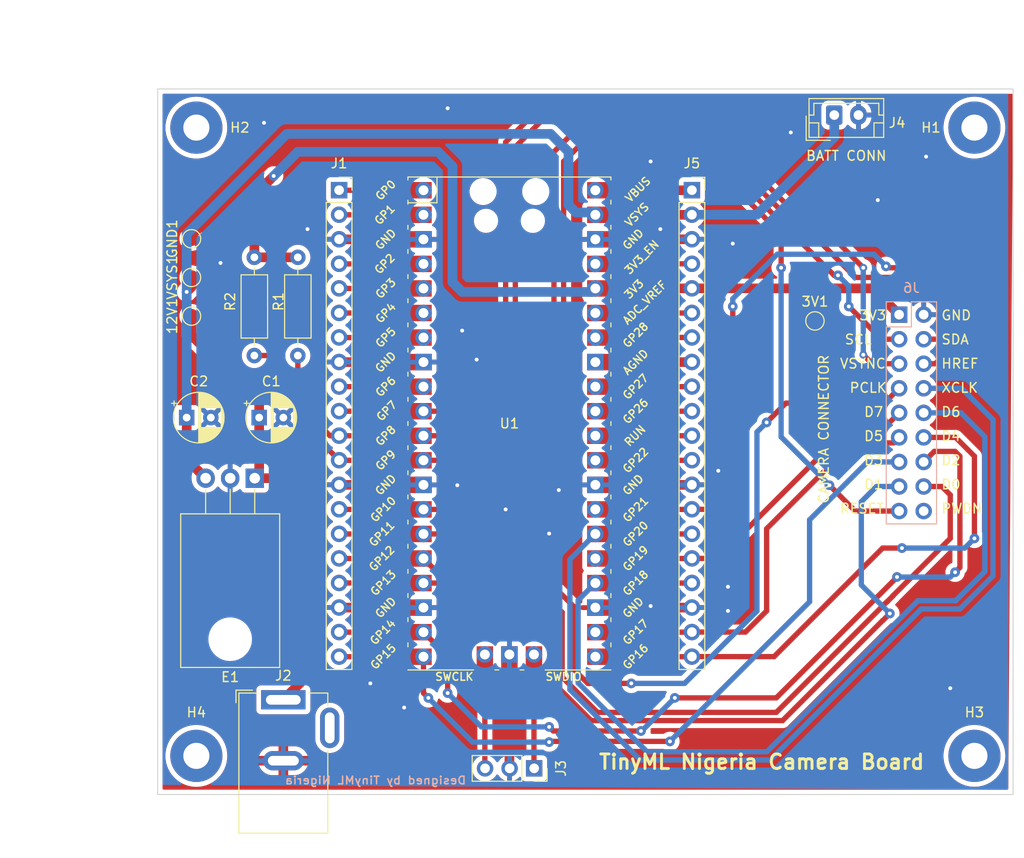
<source format=kicad_pcb>
(kicad_pcb (version 20221018) (generator pcbnew)
  (layers (0 "F.Cu" signal) (31 "B.Cu" signal) (34 "B.Paste" user) (35 "F.Paste" user) (36 "B.SilkS" user "B.Silkscreen") (37 "F.SilkS" user "F.Silkscreen") (38 "B.Mask" user) (39 "F.Mask" user) (44 "Edge.Cuts" user))
  (net 0 "")
  (net 1 "IO0")
  (net 2 "IO1")
  (net 3 "IO2")
  (net 4 "IO3")
  (net 5 "IO4")
  (net 6 "IO5")
  (net 7 "IO6")
  (net 8 "IO7")
  (net 9 "IO8")
  (net 10 "IO9")
  (net 11 "IO10")
  (net 12 "IO11")
  (net 13 "IO12")
  (net 14 "IO13")
  (net 15 "IO14")
  (net 16 "IO15")
  (net 17 "IO16")
  (net 18 "IO17")
  (net 19 "IO18")
  (net 20 "IO19")
  (net 21 "IO20")
  (net 22 "IO21")
  (net 23 "IO22")
  (net 24 "IO26_ADC0")
  (net 25 "IO27_ADC1")
  (net 26 "IO28_ADC2")
  (net 27 "GNDD")
  (net 28 "VBUS")
  (net 29 "VSYS")
  (net 30 "3V3_EN")
  (net 31 "3V3")
  (net 32 "A_VREF")
  (net 33 "RUN")
  (net 34 "GNDA")
  (net 35 "Net-(J3-Pin_3)")
  (net 36 "Net-(J3-Pin_1)")
  (net 37 "12V_IN")
  (footprint "TestPoint:TestPoint_Pad_D1.5mm" (layer "F.Cu") (at 45.5 113.5 90)
    (fp_text reference "GND1")
    (fp_text value "TestPoint")
  )
  (footprint "MountingHole:MountingHole_2.7mm_Pad" (layer "F.Cu") (at 46 102)
    (fp_text reference "H2")
    (fp_text value "MountingHole")
  )
  (footprint "Resistor_THT:R_Axial_DIN0207_L6.3mm_D2.5mm_P10.16mm_Horizontal" (layer "F.Cu") (at 56.5 115.42 -90)
    (fp_text reference "R1")
    (fp_text value "10k")
  )
  (footprint "MountingHole:MountingHole_2.7mm_Pad" (layer "F.Cu") (at 126.5 167)
    (fp_text reference "H3")
    (fp_text value "MountingHole")
  )
  (footprint "Connector_BarrelJack:BarrelJack_GCT_DCJ200-10-A_Horizontal" (layer "F.Cu") (at 55 161.2)
    (fp_text reference "J2")
    (fp_text value "Barrel_Jack")
  )
  (footprint "MountingHole:MountingHole_2.7mm_Pad" (layer "F.Cu") (at 46 167)
    (fp_text reference "H4")
    (fp_text value "MountingHole")
  )
  (footprint "Package_TO_SOT_THT:TO-220-3_Horizontal_TabDown" (layer "F.Cu") (at 52.04 138.27 180)
    (fp_text reference "E1")
    (fp_text value "LM7805_TO220")
  )
  (footprint "Capacitor_THT:CP_Radial_D5.0mm_P2.50mm" (layer "F.Cu") (at 52.5 132)
    (fp_text reference "C1")
    (fp_text value "0.33uF")
  )
  (footprint "Connector_PinSocket_2.54mm:PinSocket_1x20_P2.54mm_Vertical" (layer "F.Cu") (at 97.27 108.47)
    (fp_text reference "J5")
    (fp_text value "Conn_01x20")
  )
  (footprint "Connector_JST:JST_EH_B2B-EH-A_1x02_P2.50mm_Vertical" (layer "F.Cu") (at 112 100.7)
    (fp_text reference "J4")
    (fp_text value "Conn_01x02_MountingPin")
  )
  (footprint "Connector_PinSocket_2.54mm:PinSocket_1x20_P2.54mm_Vertical" (layer "F.Cu") (at 60.77 108.47)
    (fp_text reference "J1")
    (fp_text value "Conn_01x20")
  )
  (footprint "MountingHole:MountingHole_2.7mm_Pad" (layer "F.Cu") (at 126.5 102)
    (fp_text reference "H1")
    (fp_text value "MountingHole")
  )
  (footprint "MCU_RaspberryPi_and_Boards:RPi_Pico_SMD_TH" (layer "F.Cu") (at 78.39 132.61)
    (fp_text reference "U1")
    (fp_text value "Pico")
  )
  (footprint "Capacitor_THT:CP_Radial_D5.0mm_P2.50mm" (layer "F.Cu") (at 45 132)
    (fp_text reference "C2")
    (fp_text value "0.1uF")
  )
  (footprint "TestPoint:TestPoint_Pad_D1.5mm" (layer "F.Cu") (at 45.5 117.5 90)
    (fp_text reference "VSYS1")
    (fp_text value "TestPoint" hide)
  )
  (footprint "Connector_PinSocket_2.54mm:PinSocket_1x03_P2.54mm_Vertical" (layer "F.Cu") (at 80.95 168.29 -90)
    (fp_text reference "J3")
    (fp_text value "Conn_01x03")
  )
  (footprint "TestPoint:TestPoint_Pad_D1.5mm" (layer "F.Cu") (at 110 122)
    (fp_text reference "3V1")
    (fp_text value "TestPoint")
  )
  (footprint "Resistor_THT:R_Axial_DIN0207_L6.3mm_D2.5mm_P10.16mm_Horizontal" (layer "F.Cu") (at 52 115.42 -90)
    (fp_text reference "R2")
    (fp_text value "10k")
  )
  (footprint "TestPoint:TestPoint_Pad_D1.5mm" (layer "F.Cu") (at 45.5 121.5 90)
    (fp_text reference "12V1")
    (fp_text value "TestPoint" hide)
  )
  (footprint "Connector_PinSocket_2.54mm:PinSocket_2x09_P2.54mm_Vertical" (layer "B.Cu") (at 118.71 121.35 180)
    (fp_text reference "J6")
    (fp_text value "Conn_02x09_Top_Bottom")
  )
  (gr_rect (start 42 98) (end 130.5 171) (stroke (width 0.1)) (fill none) (layer "Edge.Cuts"))
  (gr_text "Designed by TinyML Nigeria" (at 74 170) (layer "B.SilkS") (effects (font (size 0.8 0.9)) (justify left bottom mirror)))
  (gr_text "3V3" (at 114.5 122) (layer "F.SilkS") (effects (font (size 1 1)) (justify left bottom)))
  (gr_text "PCLK" (at 113.5 129.5) (layer "F.SilkS") (effects (font (size 1 1)) (justify left bottom)))
  (gr_text "D7" (at 115 132) (layer "F.SilkS") (effects (font (size 1 1)) (justify left bottom)))
  (gr_text "D3" (at 115 137) (layer "F.SilkS") (effects (font (size 1 1)) (justify left bottom)))
  (gr_text "VSYNC" (at 112.5 127) (layer "F.SilkS") (effects (font (size 1 1)) (justify left bottom)))
  (gr_text "SDA" (at 123 124.5) (layer "F.SilkS") (effects (font (size 1 1)) (justify left bottom)))
  (gr_text "D1" (at 115 139.5) (layer "F.SilkS") (effects (font (size 1 1)) (justify left bottom)))
  (gr_text "XCLK" (at 123 129.5) (layer "F.SilkS") (effects (font (size 1 1)) (justify left bottom)))
  (gr_text "D4" (at 123 134.5) (layer "F.SilkS") (effects (font (size 1 1)) (justify left bottom)))
  (gr_text "BATT CONN" (at 109 105.5) (layer "F.SilkS") (effects (font (size 1 1)) (justify left bottom)))
  (gr_text "SCL" (at 113 124.5) (layer "F.SilkS") (effects (font (size 1 1)) (justify left bottom)))
  (gr_text "D2" (at 123 137) (layer "F.SilkS") (effects (font (size 1 1)) (justify left bottom)))
  (gr_text "D5" (at 115 134.5) (layer "F.SilkS") (effects (font (size 1 1)) (justify left bottom)))
  (gr_text "D0" (at 123 139.5) (layer "F.SilkS") (effects (font (size 1 1)) (justify left bottom)))
  (gr_text "GND" (at 123 122) (layer "F.SilkS") (effects (font (size 1 1)) (justify left bottom)))
  (gr_text "TinyML Nigeria Camera Board" (at 87.5 168.5) (layer "F.SilkS") (effects (font (size 1.5 1.5) (thickness 0.3) bold) (justify left bottom)))
  (gr_text "D6" (at 123 132) (layer "F.SilkS") (effects (font (size 1 1)) (justify left bottom)))
  (gr_text "CAMERA CONNECTOR" (at 111.5 141 90) (layer "F.SilkS") (effects (font (size 1 1)) (justify left bottom)))
  (gr_text "PWDN" (at 123 142) (layer "F.SilkS") (effects (font (size 1 1)) (justify left bottom)))
  (gr_text "RESET" (at 112.5 142) (layer "F.SilkS") (effects (font (size 1 1)) (justify left bottom)))
  (gr_text "HREF" (at 123 127) (layer "F.SilkS") (effects (font (size 1 1)) (justify left bottom)))
  (segment (start 69.5 108.48) (end 60.78 108.48) (width 0.55) (layer "F.Cu") (net 1))
  (segment (start 60.78 108.48) (end 60.77 108.47) (width 0.55) (layer "F.Cu") (net 1))
  (segment (start 69.5 111.02) (end 60.78 111.02) (width 0.55) (layer "F.Cu") (net 2))
  (segment (start 60.78 111.02) (end 60.77 111.01) (width 0.55) (layer "F.Cu") (net 2))
  (segment (start 69.5 116.1) (end 60.78 116.1) (width 0.55) (layer "F.Cu") (net 3))
  (segment (start 60.78 116.1) (end 60.77 116.09) (width 0.55) (layer "F.Cu") (net 3))
  (segment (start 69.5 118.64) (end 60.78 118.64) (width 0.55) (layer "F.Cu") (net 4))
  (segment (start 60.78 118.64) (end 60.77 118.63) (width 0.55) (layer "F.Cu") (net 4))
  (segment (start 69.5 121.18) (end 60.78 121.18) (width 0.55) (layer "F.Cu") (net 5))
  (segment (start 60.78 121.18) (end 60.77 121.17) (width 0.55) (layer "F.Cu") (net 5))
  (segment (start 69.5 123.72) (end 60.78 123.72) (width 0.55) (layer "F.Cu") (net 6))
  (segment (start 60.78 123.72) (end 60.77 123.71) (width 0.55) (layer "F.Cu") (net 6))
  (segment (start 60.78 128.8) (end 60.77 128.79) (width 0.55) (layer "F.Cu") (net 7))
  (segment (start 69.5 128.8) (end 60.78 128.8) (width 0.55) (layer "F.Cu") (net 7))
  (segment (start 81.5 100) (end 78 103.5) (width 0.55) (layer "F.Cu") (net 8))
  (segment (start 109.625 111.125) (end 108.231246 111.125) (width 0.55) (layer "F.Cu") (net 8))
  (segment (start 60.78 131.34) (end 60.77 131.33) (width 0.55) (layer "F.Cu") (net 8))
  (segment (start 115 116.5) (end 109.625 111.125) (width 0.55) (layer "F.Cu") (net 8))
  (segment (start 74.66 131.34) (end 69.5 131.34) (width 0.55) (layer "F.Cu") (net 8))
  (segment (start 115 125.5) (end 115.93 126.43) (width 0.55) (layer "F.Cu") (net 8))
  (segment (start 69.5 131.34) (end 60.78 131.34) (width 0.55) (layer "F.Cu") (net 8))
  (segment (start 108.231246 111.125) (end 97.106246 100) (width 0.55) (layer "F.Cu") (net 8))
  (segment (start 78 128) (end 74.66 131.34) (width 0.55) (layer "F.Cu") (net 8))
  (segment (start 115.93 126.43) (end 118.71 126.43) (width 0.55) (layer "F.Cu") (net 8))
  (segment (start 78 103.5) (end 78 128) (width 0.55) (layer "F.Cu") (net 8))
  (segment (start 97.106246 100) (end 81.5 100) (width 0.55) (layer "F.Cu") (net 8))
  (via (at 115 125.5) (size 0.8) (drill 0.4) (layers "F.Cu" "B.Cu") (net 8))
  (via (at 115 116.5) (size 0.8) (drill 0.4) (layers "F.Cu" "B.Cu") (net 8))
  (segment (start 115 125.5) (end 115 116.5) (width 0.55) (layer "B.Cu") (net 8))
  (segment (start 79 104) (end 82 101) (width 0.55) (layer "F.Cu") (net 9))
  (segment (start 60.78 133.88) (end 60.77 133.87) (width 0.55) (layer "F.Cu") (net 9))
  (segment (start 124.5 123) (end 123.61 123.89) (width 0.55) (layer "F.Cu") (net 9))
  (segment (start 69.5 133.88) (end 60.78 133.88) (width 0.55) (layer "F.Cu") (net 9))
  (segment (start 58.5 129) (end 58.5 132.55) (width 0.55) (layer "F.Cu") (net 9))
  (segment (start 59.82 133.87) (end 60.77 133.87) (width 0.55) (layer "F.Cu") (net 9))
  (segment (start 58.5 132.55) (end 59.82 133.87) (width 0.55) (layer "F.Cu") (net 9))
  (segment (start 108.058023 112.153859) (end 108.853859 112.153859) (width 0.55) (layer "F.Cu") (net 9))
  (segment (start 123.61 123.89) (end 121.25 123.89) (width 0.55) (layer "F.Cu") (net 9))
  (segment (start 82 101) (end 96.904164 101) (width 0.55) (layer "F.Cu") (net 9))
  (segment (start 73.62 133.88) (end 79 128.5) (width 0.55) (layer "F.Cu") (net 9))
  (segment (start 56.5 125.58) (end 56.5 127) (width 0.55) (layer "F.Cu") (net 9))
  (segment (start 69.5 133.88) (end 73.62 133.88) (width 0.55) (layer "F.Cu") (net 9))
  (segment (start 79 128.5) (end 79 104) (width 0.55) (layer "F.Cu") (net 9))
  (segment (start 96.904164 101) (end 108.058023 112.153859) (width 0.55) (layer "F.Cu") (net 9))
  (segment (start 56.5 127) (end 58.5 129) (width 0.55) (layer "F.Cu") (net 9))
  (segment (start 124.5 119) (end 124.5 123) (width 0.55) (layer "F.Cu") (net 9))
  (segment (start 108.853859 112.153859) (end 114.2 117.5) (width 0.55) (layer "F.Cu") (net 9))
  (segment (start 114.2 117.5) (end 123 117.5) (width 0.55) (layer "F.Cu") (net 9))
  (segment (start 60.64 134) (end 60.77 133.87) (width 0.55) (layer "F.Cu") (net 9))
  (segment (start 123 117.5) (end 124.5 119) (width 0.55) (layer "F.Cu") (net 9))
  (segment (start 96.702082 102) (end 85.5 102) (width 0.55) (layer "F.Cu") (net 10))
  (segment (start 83 104.5) (end 83 130) (width 0.55) (layer "F.Cu") (net 10))
  (segment (start 112.382068 117.2805) (end 111.982582 117.2805) (width 0.55) (layer "F.Cu") (net 10))
  (segment (start 57.5 133.14) (end 57.5 129.5) (width 0.55) (layer "F.Cu") (net 10))
  (segment (start 85.5 102) (end 83 104.5) (width 0.55) (layer "F.Cu") (net 10))
  (segment (start 113.5 120.5) (end 116.89 123.89) (width 0.55) (layer "F.Cu") (net 10))
  (segment (start 60.78 136.42) (end 57.5 133.14) (width 0.55) (layer "F.Cu") (net 10))
  (segment (start 69.5 136.42) (end 60.78 136.42) (width 0.55) (layer "F.Cu") (net 10))
  (segment (start 111.982582 117.2805) (end 96.702082 102) (width 0.55) (layer "F.Cu") (net 10))
  (segment (start 116.89 123.89) (end 118.71 123.89) (width 0.55) (layer "F.Cu") (net 10))
  (segment (start 76.58 136.42) (end 69.5 136.42) (width 0.55) (layer "F.Cu") (net 10))
  (segment (start 53.58 125.58) (end 52 125.58) (width 0.55) (layer "F.Cu") (net 10))
  (segment (start 83 130) (end 76.58 136.42) (width 0.55) (layer "F.Cu") (net 10))
  (segment (start 57.5 129.5) (end 53.58 125.58) (width 0.55) (layer "F.Cu") (net 10))
  (via (at 112.382068 117.2805) (size 1) (drill 0.4) (layers "F.Cu" "B.Cu") (net 10))
  (via (at 113.5 120.5) (size 1) (drill 0.4) (layers "F.Cu" "B.Cu") (net 10))
  (segment (start 113.5 118.398432) (end 113.5 120.5) (width 0.55) (layer "B.Cu") (net 10))
  (segment (start 112.382068 117.2805) (end 113.5 118.398432) (width 0.55) (layer "B.Cu") (net 10))
  (segment (start 114.17 141.67) (end 118.71 141.67) (width 0.55) (layer "F.Cu") (net 11))
  (segment (start 86.5 103) (end 96.5 103) (width 0.55) (layer "F.Cu") (net 11))
  (segment (start 69.5 141.5) (end 60.78 141.5) (width 0.55) (layer "F.Cu") (net 11))
  (segment (start 106.5 113) (end 106.5 116.5) (width 0.55) (layer "F.Cu") (net 11))
  (segment (start 96.5 103) (end 106.5 113) (width 0.55) (layer "F.Cu") (net 11))
  (segment (start 84 130.202082) (end 84 105.5) (width 0.55) (layer "F.Cu") (net 11))
  (segment (start 69.5 141.5) (end 72.702082 141.5) (width 0.55) (layer "F.Cu") (net 11))
  (segment (start 60.78 141.5) (end 60.77 141.49) (width 0.55) (layer "F.Cu") (net 11))
  (segment (start 84 105.5) (end 86.5 103) (width 0.55) (layer "F.Cu") (net 11))
  (segment (start 111.5 139) (end 114.17 141.67) (width 0.55) (layer "F.Cu") (net 11))
  (segment (start 72.702082 141.5) (end 84 130.202082) (width 0.55) (layer "F.Cu") (net 11))
  (via (at 111.5 139) (size 1) (drill 0.4) (layers "F.Cu" "B.Cu") (net 11))
  (via (at 106.5 116.5) (size 1) (drill 0.4) (layers "F.Cu" "B.Cu") (net 11))
  (segment (start 111.5 139) (end 106.5 134) (width 0.55) (layer "B.Cu") (net 11))
  (segment (start 106.5 134) (end 106.5 116.5) (width 0.55) (layer "B.Cu") (net 11))
  (segment (start 85 158) (end 85 151.5) (width 0.55) (layer "F.Cu") (net 12))
  (segment (start 91 159.5) (end 86.5 159.5) (width 0.55) (layer "F.Cu") (net 12))
  (segment (start 60.78 144.04) (end 60.77 144.03) (width 0.55) (layer "F.Cu") (net 12))
  (segment (start 107 130.5) (end 117.18 130.5) (width 0.55) (layer "F.Cu") (net 12))
  (segment (start 69.5 144.04) (end 60.78 144.04) (width 0.55) (layer "F.Cu") (net 12))
  (segment (start 77.54 144.04) (end 85 151.5) (width 0.55) (layer "F.Cu") (net 12))
  (segment (start 86.5 159.5) (end 85 158) (width 0.55) (layer "F.Cu") (net 12))
  (segment (start 117.18 130.5) (end 118.71 128.97) (width 0.55) (layer "F.Cu") (net 12))
  (segment (start 105 132.5) (end 107 130.5) (width 0.55) (layer "F.Cu") (net 12))
  (segment (start 69.5 144.04) (end 77.54 144.04) (width 0.55) (layer "F.Cu") (net 12))
  (via (at 91 159.5) (size 1) (drill 0.4) (layers "F.Cu" "B.Cu") (net 12))
  (via (at 105 132.5) (size 1) (drill 0.4) (layers "F.Cu" "B.Cu") (net 12))
  (segment (start 96.515255 159.5) (end 91 159.5) (width 0.55) (layer "B.Cu") (net 12))
  (segment (start 104 133.5) (end 104 152.015255) (width 0.55) (layer "B.Cu") (net 12))
  (segment (start 105 132.5) (end 104 133.5) (width 0.55) (layer "B.Cu") (net 12))
  (segment (start 104 152.015255) (end 96.515255 159.5) (width 0.55) (layer "B.Cu") (net 12))
  (segment (start 118.075 150.44528) (end 117.44528 151.075) (width 0.55) (layer "F.Cu") (net 13))
  (segment (start 121.37 139.13) (end 121.5 139) (width 0.55) (layer "F.Cu") (net 13))
  (segment (start 124 144.5) (end 118.075 150.425) (width 0.55) (layer "F.Cu") (net 13))
  (segment (start 83.850001 152.147919) (end 79.702082 148) (width 0.55) (layer "F.Cu") (net 13))
  (segment (start 121.25 139.13) (end 123.13 139.13) (width 0.55) (layer "F.Cu") (net 13))
  (segment (start 79.702082 148) (end 70.92 148) (width 0.55) (layer "F.Cu") (net 13))
  (segment (start 121.25 139.13) (end 121.37 139.13) (width 0.55) (layer "F.Cu") (net 13))
  (segment (start 123.13 139.13) (end 124 140) (width 0.55) (layer "F.Cu") (net 13))
  (segment (start 106 162.5) (end 87.5 162.5) (width 0.55) (layer "F.Cu") (net 13))
  (segment (start 117.425 151.075) (end 106 162.5) (width 0.55) (layer "F.Cu") (net 13))
  (segment (start 69.5 146.58) (end 60.78 146.58) (width 0.55) (layer "F.Cu") (net 13))
  (segment (start 60.78 146.58) (end 60.77 146.57) (width 0.55) (layer "F.Cu") (net 13))
  (segment (start 118.075 150.425) (end 118.075 150.44528) (width 0.55) (layer "F.Cu") (net 13))
  (segment (start 87.5 162.5) (end 83.850001 158.850001) (width 0.55) (layer "F.Cu") (net 13))
  (segment (start 124 140) (end 124 144.5) (width 0.55) (layer "F.Cu") (net 13))
  (segment (start 117.44528 151.075) (end 117.425 151.075) (width 0.55) (layer "F.Cu") (net 13))
  (segment (start 70.92 148) (end 69.5 146.58) (width 0.55) (layer "F.Cu") (net 13))
  (segment (start 83.850001 158.850001) (end 83.850001 152.147919) (width 0.55) (layer "F.Cu") (net 13))
  (segment (start 69.5 149.12) (end 69.49 149.11) (width 0.55) (layer "F.Cu") (net 14))
  (segment (start 83 159.5) (end 83 152.5) (width 0.55) (layer "F.Cu") (net 14))
  (segment (start 86.85 163.35) (end 83 159.5) (width 0.55) (layer "F.Cu") (net 14))
  (segment (start 117.019574 153) (end 117 153) (width 0.55) (layer "F.Cu") (net 14))
  (segment (start 117.749647 152.269927) (end 117.019574 153) (width 0.55) (layer "F.Cu") (net 14))
  (segment (start 106.65 163.35) (end 86.85 163.35) (width 0.55) (layer "F.Cu") (net 14))
  (segment (start 83 152.5) (end 79.62 149.12) (width 0.55) (layer "F.Cu") (net 14))
  (segment (start 79.62 149.12) (end 69.5 149.12) (width 0.55) (layer "F.Cu") (net 14))
  (segment (start 117 153) (end 106.65 163.35) (width 0.55) (layer "F.Cu") (net 14))
  (segment (start 69.49 149.11) (end 60.77 149.11) (width 0.55) (layer "F.Cu") (net 14))
  (via (at 117.749647 152.269927) (size 1) (drill 0.4) (layers "F.Cu" "B.Cu") (net 14))
  (segment (start 117.749647 152.269927) (end 114.797361 149.317641) (width 0.55) (layer "B.Cu") (net 14))
  (segment (start 116.37 139.13) (end 118.71 139.13) (width 0.55) (layer "B.Cu") (net 14))
  (segment (start 114.797361 140.702639) (end 116.37 139.13) (width 0.55) (layer "B.Cu") (net 14))
  (segment (start 114.797361 149.317641) (end 114.797361 140.702639) (width 0.55) (layer "B.Cu") (net 14))
  (segment (start 92 164.4255) (end 82.9255 164.4255) (width 0.55) (layer "F.Cu") (net 15))
  (segment (start 72 156.7) (end 72 160.5) (width 0.55) (layer "F.Cu") (net 15))
  (segment (start 125 147.5) (end 124.5 148) (width 0.55) (layer "F.Cu") (net 15))
  (segment (start 60.78 154.2) (end 60.77 154.19) (width 0.55) (layer "F.Cu") (net 15))
  (segment (start 118.490213 148.509787) (end 106 161) (width 0.55) (layer "F.Cu") (net 15))
  (segment (start 69.5 154.2) (end 60.78 154.2) (width 0.55) (layer "F.Cu") (net 15))
  (segment (start 82.9255 164.4255) (end 82.5 164) (width 0.55) (layer "F.Cu") (net 15))
  (segment (start 121.25 136.59) (end 122.34 135.5) (width 0.55) (layer "F.Cu") (net 15))
  (segment (start 125 136) (end 125 147.5) (width 0.55) (layer "F.Cu") (net 15))
  (segment (start 124.5 135.5) (end 125 136) (width 0.55) (layer "F.Cu") (net 15))
  (segment (start 118.490213 148.490213) (end 118.490213 148.509787) (width 0.55) (layer "F.Cu") (net 15))
  (segment (start 122.34 135.5) (end 124.5 135.5) (width 0.55) (layer "F.Cu") (net 15))
  (segment (start 106 161) (end 95.5 161) (width 0.55) (layer "F.Cu") (net 15))
  (segment (start 69.5 154.2) (end 72 156.7) (width 0.55) (layer "F.Cu") (net 15))
  (via (at 72 160.5) (size 1) (drill 0.4) (layers "F.Cu" "B.Cu") (net 15))
  (via (at 118.490213 148.490213) (size 1) (drill 0.4) (layers "F.Cu" "B.Cu") (net 15))
  (via (at 82.5 164) (size 1) (drill 0.4) (layers "F.Cu" "B.Cu") (net 15))
  (via (at 92 164.4255) (size 1) (drill 0.4) (layers "F.Cu" "B.Cu") (net 15))
  (via (at 124.5 148) (size 1) (drill 0.4) (layers "F.Cu" "B.Cu") (net 15))
  (via (at 95.5 161) (size 1) (drill 0.4) (layers "F.Cu" "B.Cu") (net 15))
  (segment (start 118.490213 148.490213) (end 118.5 148.5) (width 0.55) (layer "B.Cu") (net 15))
  (segment (start 92 164.5) (end 95.5 161) (width 0.55) (layer "B.Cu") (net 15))
  (segment (start 124 148.5) (end 124.5 148) (width 0.55) (layer "B.Cu") (net 15))
  (segment (start 82.5 164) (end 75.5 164) (width 0.55) (layer "B.Cu") (net 15))
  (segment (start 118.5 148.5) (end 124 148.5) (width 0.55) (layer "B.Cu") (net 15))
  (segment (start 92 164.5) (end 92 164.4255) (width 0.55) (layer "B.Cu") (net 15))
  (segment (start 72 160.5) (end 75.5 164) (width 0.55) (layer "B.Cu") (net 15))
  (segment (start 70 161) (end 69.5 160.5) (width 0.55) (layer "F.Cu") (net 16))
  (segment (start 69.5 156.74) (end 60.78 156.74) (width 0.55) (layer "F.Cu") (net 16))
  (segment (start 82.5 165.5745) (end 82.5745 165.5) (width 0.55) (layer "F.Cu") (net 16))
  (segment (start 60.78 156.74) (end 60.77 156.73) (width 0.55) (layer "F.Cu") (net 16))
  (segment (start 82.5745 165.5) (end 95 165.5) (width 0.55) (layer "F.Cu") (net 16))
  (segment (start 69.5 160.5) (end 69.5 156.74) (width 0.55) (layer "F.Cu") (net 16))
  (via (at 82.5 165.5745) (size 1) (drill 0.4) (layers "F.Cu" "B.Cu") (net 16))
  (via (at 95 165.5) (size 1) (drill 0.4) (layers "F.Cu" "B.Cu") (net 16))
  (via (at 70 161) (size 1) (drill 0.4) (layers "F.Cu" "B.Cu") (net 16))
  (segment (start 82.5 165.5745) (end 74.5745 165.5745) (width 0.55) (layer "B.Cu") (net 16))
  (segment (start 109.44528 142.575) (end 115.43028 136.59) (width 0.55) (layer "B.Cu") (net 16))
  (segment (start 95 165.5) (end 109.44528 151.05472) (width 0.55) (layer "B.Cu") (net 16))
  (segment (start 74.5745 165.5745) (end 70 161) (width 0.55) (layer "B.Cu") (net 16))
  (segment (start 115.43028 136.59) (end 118.71 136.59) (width 0.55) (layer "B.Cu") (net 16))
  (segment (start 109.44528 151.05472) (end 109.44528 142.575) (width 0.55) (layer "B.Cu") (net 16))
  (segment (start 121.25 134.05) (end 124.55 134.05) (width 0.55) (layer "F.Cu") (net 17))
  (segment (start 119 145.5) (end 117 145.5) (width 0.55) (layer "F.Cu") (net 17))
  (segment (start 124.55 134.05) (end 126.5 136) (width 0.55) (layer "F.Cu") (net 17))
  (segment (start 126.5 144.5) (end 126.5 136) (width 0.55) (layer "F.Cu") (net 17))
  (segment (start 97.26 156.74) (end 97.27 156.73) (width 0.55) (layer "F.Cu") (net 17))
  (segment (start 105.77 156.73) (end 97.27 156.73) (width 0.55) (layer "F.Cu") (net 17))
  (segment (start 87.28 156.74) (end 97.26 156.74) (width 0.55) (layer "F.Cu") (net 17))
  (segment (start 117 145.5) (end 105.77 156.73) (width 0.55) (layer "F.Cu") (net 17))
  (via (at 119 145.5) (size 1) (drill 0.4) (layers "F.Cu" "B.Cu") (net 17))
  (via (at 126.5 144.5) (size 1) (drill 0.4) (layers "F.Cu" "B.Cu") (net 17))
  (segment (start 119 145.5) (end 125.5 145.5) (width 0.55) (layer "B.Cu") (net 17))
  (segment (start 125.5 145.5) (end 126.5 144.5) (width 0.55) (layer "B.Cu") (net 17))
  (segment (start 113.88 134.62) (end 105 143.5) (width 0.55) (layer "F.Cu") (net 18))
  (segment (start 97.26 154.2) (end 97.27 154.19) (width 0.55) (layer "F.Cu") (net 18))
  (segment (start 105 143.5) (end 105 152) (width 0.55) (layer "F.Cu") (net 18))
  (segment (start 87.28 154.2) (end 97.26 154.2) (width 0.55) (layer "F.Cu") (net 18))
  (segment (start 105 152) (end 102.81 154.19) (width 0.55) (layer "F.Cu") (net 18))
  (segment (start 102.81 154.19) (end 97.27 154.19) (width 0.55) (layer "F.Cu") (net 18))
  (segment (start 118.14 134.62) (end 113.88 134.62) (width 0.55) (layer "F.Cu") (net 18))
  (segment (start 118.71 134.05) (end 118.14 134.62) (width 0.55) (layer "F.Cu") (net 18))
  (segment (start 87.28 149.12) (end 97.26 149.12) (width 0.55) (layer "F.Cu") (net 19))
  (segment (start 97.26 149.12) (end 97.27 149.11) (width 0.55) (layer "F.Cu") (net 19))
  (segment (start 85.5 159.44578) (end 85.5 150.9) (width 0.55) (layer "B.Cu") (net 19))
  (segment (start 124.55 150.95) (end 120.65 150.95) (width 0.55) (layer "B.Cu") (net 19))
  (segment (start 127.575 133.975) (end 127.575 147.925) (width 0.55) (layer "B.Cu") (net 19))
  (segment (start 127.575 147.925) (end 124.55 150.95) (width 0.55) (layer "B.Cu") (net 19))
  (segment (start 121.25 131.51) (end 125.11 131.51) (width 0.55) (layer "B.Cu") (net 19))
  (segment (start 92.62922 166.575) (end 85.5 159.44578) (width 0.55) (layer "B.Cu") (net 19))
  (segment (start 125.11 131.51) (end 127.575 133.975) (width 0.55) (layer "B.Cu") (net 19))
  (segment (start 105.025 166.575) (end 92.62922 166.575) (width 0.55) (layer "B.Cu") (net 19))
  (segment (start 85.5 150.9) (end 87.28 149.12) (width 0.55) (layer "B.Cu") (net 19))
  (segment (start 120.65 150.95) (end 105.025 166.575) (width 0.55) (layer "B.Cu") (net 19))
  (segment (start 97.27 146.57) (end 99.93 146.57) (width 0.55) (layer "F.Cu") (net 20))
  (segment (start 114 132.5) (end 117.72 132.5) (width 0.55) (layer "F.Cu") (net 20))
  (segment (start 99.93 146.57) (end 114 132.5) (width 0.55) (layer "F.Cu") (net 20))
  (segment (start 117.72 132.5) (end 118.71 131.51) (width 0.55) (layer "F.Cu") (net 20))
  (segment (start 97.26 146.58) (end 97.27 146.57) (width 0.55) (layer "F.Cu") (net 20))
  (segment (start 87.28 146.58) (end 97.26 146.58) (width 0.55) (layer "F.Cu") (net 20))
  (segment (start 97.26 144.04) (end 97.27 144.03) (width 0.55) (layer "F.Cu") (net 21))
  (segment (start 87.28 144.04) (end 97.26 144.04) (width 0.55) (layer "F.Cu") (net 21))
  (segment (start 105.377081 167.425001) (end 91.925 167.425) (width 0.55) (layer "B.Cu") (net 21))
  (segment (start 125.17 128.97) (end 128.425 132.225) (width 0.55) (layer "B.Cu") (net 21))
  (segment (start 84.65 146.67) (end 87.28 144.04) (width 0.55) (layer "B.Cu") (net 21))
  (segment (start 121.002082 151.8) (end 105.377081 167.425001) (width 0.55) (layer "B.Cu") (net 21))
  (segment (start 125 151.8) (end 121.002082 151.8) (width 0.55) (layer "B.Cu") (net 21))
  (segment (start 84.65 160.15) (end 84.65 146.67) (width 0.55) (layer "B.Cu") (net 21))
  (segment (start 128.425 148.375) (end 125 151.8) (width 0.55) (layer "B.Cu") (net 21))
  (segment (start 121.25 128.97) (end 125.17 128.97) (width 0.55) (layer "B.Cu") (net 21))
  (segment (start 128.425 132.225) (end 128.425 148.375) (width 0.55) (layer "B.Cu") (net 21))
  (segment (start 91.925 167.425) (end 84.65 160.15) (width 0.55) (layer "B.Cu") (net 21))
  (segment (start 125.35 123.532081) (end 122.452081 126.43) (width 0.55) (layer "F.Cu") (net 22))
  (segment (start 122.452081 126.43) (end 121.25 126.43) (width 0.55) (layer "F.Cu") (net 22))
  (segment (start 101.5 139.5) (end 99.51 141.49) (width 0.55) (layer "F.Cu") (net 22))
  (segment (start 125.35 118.35) (end 125.35 123.532081) (width 0.55) (layer "F.Cu") (net 22))
  (segment (start 101.5 120.5) (end 101.5 139.5) (width 0.55) (layer "F.Cu") (net 22))
  (segment (start 117.5 116.5) (end 123.5 116.5) (width 0.55) (layer "F.Cu") (net 22))
  (segment (start 99.51 141.49) (end 97.27 141.49) (width 0.55) (layer "F.Cu") (net 22))
  (segment (start 97.26 141.5) (end 97.27 141.49) (width 0.55) (layer "F.Cu") (net 22))
  (segment (start 123.5 116.5) (end 125.35 118.35) (width 0.55) (layer "F.Cu") (net 22))
  (segment (start 117.35 116.35) (end 117.5 116.5) (width 0.55) (layer "F.Cu") (net 22))
  (segment (start 87.28 141.5) (end 97.26 141.5) (width 0.55) (layer "F.Cu") (net 22))
  (via (at 117.35 116.35) (size 1) (drill 0.4) (layers "F.Cu" "B.Cu") (net 22))
  (via (at 101.5 120.5) (size 1) (drill 0.4) (layers "F.Cu" "B.Cu") (net 22))
  (segment (start 116.1 115.1) (end 106.1 115.1) (width 0.55) (layer "B.Cu") (net 22))
  (segment (start 106.1 115.1) (end 101.5 119.7) (width 0.55) (layer "B.Cu") (net 22))
  (segment (start 117.35 116.35) (end 116.1 115.1) (width 0.55) (layer "B.Cu") (net 22))
  (segment (start 101.5 119.7) (end 101.5 120.5) (width 0.55) (layer "B.Cu") (net 22))
  (segment (start 97.26 136.42) (end 97.27 136.41) (width 0.55) (layer "F.Cu") (net 23))
  (segment (start 87.28 136.42) (end 97.26 136.42) (width 0.55) (layer "F.Cu") (net 23))
  (segment (start 97.26 131.34) (end 97.27 131.33) (width 0.55) (layer "F.Cu") (net 24))
  (segment (start 87.28 131.34) (end 97.26 131.34) (width 0.55) (layer "F.Cu") (net 24))
  (segment (start 87.28 128.8) (end 97.26 128.8) (width 0.55) (layer "F.Cu") (net 25))
  (segment (start 97.26 128.8) (end 97.27 128.79) (width 0.55) (layer "F.Cu") (net 25))
  (segment (start 87.29 123.71) (end 87.28 123.72) (width 0.55) (layer "F.Cu") (net 26))
  (segment (start 97.27 123.71) (end 87.29 123.71) (width 0.55) (layer "F.Cu") (net 26))
  (segment (start 97.26 138.96) (end 97.27 138.95) (width 1) (layer "F.Cu") (net 27))
  (segment (start 97.26 151.66) (end 97.27 151.65) (width 1) (layer "F.Cu") (net 27))
  (segment (start 97.27 113.55) (end 93.95 113.55) (width 1) (layer "F.Cu") (net 27))
  (segment (start 55 167.5) (end 55 169.5) (width 1) (layer "F.Cu") (net 27))
  (segment (start 78.39 168.27) (end 78.41 168.29) (width 1) (layer "F.Cu") (net 27))
  (segment (start 55 167.5) (end 55 165) (width 1) (layer "F.Cu") (net 27))
  (segment (start 87.28 151.66) (end 92.84 151.66) (width 1) (layer "F.Cu") (net 27))
  (segment (start 87.29 113.55) (end 87.28 113.56) (width 1) (layer "F.Cu") (net 27))
  (segment (start 55 167.5) (end 58 167.5) (width 1) (layer "F.Cu") (net 27))
  (segment (start 78.39 156.51) (end 78.39 168.27) (width 1) (layer "F.Cu") (net 27))
  (segment (start 93.16 151.66) (end 97.26 151.66) (width 1) (layer "F.Cu") (net 27))
  (segment (start 93 151.5) (end 93.16 151.66) (width 1) (layer "F.Cu") (net 27))
  (segment (start 69.5 126.26) (end 60.78 126.26) (width 1) (layer "F.Cu") (net 27))
  (segment (start 94 113.5) (end 94 112.5) (width 1) (layer "F.Cu") (net 27))
  (segment (start 60.78 113.56) (end 60.77 113.55) (width 1) (layer "F.Cu") (net 27))
  (segment (start 60.78 126.26) (end 60.77 126.25) (width 1) (layer "F.Cu") (net 27))
  (segment (start 69.5 138.96) (end 60.78 138.96) (width 1) (layer "F.Cu") (net 27))
  (segment (start 92.84 151.66) (end 93 151.5) (width 1) (layer "F.Cu") (net 27))
  (segment (start 60.78 138.96) (end 60.77 138.95) (width 1) (layer "F.Cu") (net 27))
  (segment (start 93.95 113.55) (end 87.29 113.55) (width 1) (layer "F.Cu") (net 27))
  (segment (start 69.5 151.66) (end 60.78 151.66) (width 1) (layer "F.Cu") (net 27))
  (segment (start 55 167.5) (end 51.5 167.5) (width 1) (layer "F.Cu") (net 27))
  (segment (start 69.5 113.56) (end 60.78 113.56) (width 1) (layer "F.Cu") (net 27))
  (segment (start 60.78 151.66) (end 60.77 151.65) (width 1) (layer "F.Cu") (net 27))
  (segment (start 93.95 113.55) (end 94 113.5) (width 1) (layer "F.Cu") (net 27))
  (segment (start 87.28 138.96) (end 97.26 138.96) (width 1) (layer "F.Cu") (net 27))
  (via (at 75 126) (size 1) (drill 0.4) (layers "F.Cu" "B.Cu") (net 27))
  (via (at 64 159.5) (size 1) (drill 0.4) (layers "F.Cu" "B.Cu") (net 27))
  (via (at 73 139) (size 1) (drill 0.4) (layers "F.Cu" "B.Cu") (net 27))
  (via (at 101 152) (size 1) (drill 0.4) (layers "F.Cu" "B.Cu") (net 27))
  (via (at 124 160) (size 1) (drill 0.4) (layers "F.Cu" "B.Cu") (net 27))
  (via (at 48.5 116) (size 1) (drill 0.4) (layers "F.Cu" "B.Cu") (net 27))
  (via (at 116.5 109.5) (size 1) (drill 0.4) (layers "F.Cu" "B.Cu") (net 27))
  (via (at 53 101.5) (size 1) (drill 0.4) (layers "F.Cu" "B.Cu") (net 27))
  (via (at 101 149.5) (size 1) (drill 0.4) (layers "F.Cu" "B.Cu") (net 27))
  (via (at 121.5 105) (size 1) (drill 0.4) (layers "F.Cu" "B.Cu") (net 27))
  (via (at 101.5 114) (size 1) (drill 0.4) (layers "F.Cu" "B.Cu") (net 27))
  (via (at 93 151.5) (size 1) (drill 0.4) (layers "F.Cu" "B.Cu") (net 27))
  (via (at 72 100) (size 1) (drill 0.4) (layers "F.Cu" "B.Cu") (net 27))
  (via (at 94 112.5) (size 1) (drill 0.4) (layers "F.Cu" "B.Cu") (net 27))
  (via (at 107.5 102.5) (size 1) (drill 0.4) (layers "F.Cu" "B.Cu") (net 27))
  (via (at 73.5 123) (size 1) (drill 0.4) (layers "F.Cu" "B.Cu") (net 27))
  (via (at 83.5 139.5) (size 1) (drill 0.4) (layers "F.Cu" "B.Cu") (net 27))
  (via (at 57.5 112.5) (size 1) (drill 0.4) (layers "F.Cu" "B.Cu") (net 27))
  (via (at 93 105.5) (size 1) (drill 0.4) (layers "F.Cu" "B.Cu") (net 27))
  (via (at 78 141.5) (size 1) (drill 0.4) (layers "F.Cu" "B.Cu") (net 27))
  (via (at 67.5 162) (size 1) (drill 0.4) (layers "F.Cu" "B.Cu") (net 27))
  (via (at 100 137.5) (size 1) (drill 0.4) (layers "F.Cu" "B.Cu") (net 27))
  (via (at 82.5 144) (size 1) (drill 0.4) (layers "F.Cu" "B.Cu") (net 27))
  (segment (start 97.26 108.48) (end 97.27 108.47) (width 1) (layer "F.Cu") (net 28))
  (segment (start 87.28 108.48) (end 97.26 108.48) (width 1) (layer "F.Cu") (net 28))
  (segment (start 87.29 111.01) (end 87.28 111.02) (width 0.55) (layer "F.Cu") (net 29))
  (segment (start 97.26 111.02) (end 97.27 111.01) (width 1) (layer "F.Cu") (net 29))
  (segment (start 87.28 111.02) (end 97.26 111.02) (width 1) (layer "F.Cu") (net 29))
  (segment (start 45.5 118.5) (end 45 119) (width 1) (layer "F.Cu") (net 29))
  (segment (start 45 136.31) (end 46.96 138.27) (width 1) (layer "F.Cu") (net 29))
  (segment (start 45.5 117.5) (end 45.5 118.5) (width 1) (layer "F.Cu") (net 29))
  (segment (start 45 132) (end 45 136.31) (width 1) (layer "F.Cu") (net 29))
  (via (at 45 119) (size 1) (drill 0.4) (layers "F.Cu" "B.Cu") (net 29))
  (segment (start 84.5 104.5) (end 82.65 102.65) (width 1) (layer "B.Cu") (net 29))
  (segment (start 82.65 102.65) (end 55.35 102.65) (width 1) (layer "B.Cu") (net 29))
  (segment (start 55.35 102.65) (end 45 113) (width 1) (layer "B.Cu") (net 29))
  (segment (start 45 113) (end 45 132) (width 1) (layer "B.Cu") (net 29))
  (segment (start 112 103) (end 112 100.7) (width 1) (layer "B.Cu") (net 29))
  (segment (start 87.28 111.02) (end 87.28 110.78) (width 1) (layer "B.Cu") (net 29))
  (segment (start 85.28 110.78) (end 84.5 110) (width 1) (layer "B.Cu") (net 29))
  (segment (start 87.28 110.78) (end 85.28 110.78) (width 1) (layer "B.Cu") (net 29))
  (segment (start 103.99 111.01) (end 112 103) (width 1) (layer "B.Cu") (net 29))
  (segment (start 97.27 111.01) (end 103.99 111.01) (width 1) (layer "B.Cu") (net 29))
  (segment (start 84.5 110) (end 84.5 104.5) (width 1) (layer "B.Cu") (net 29))
  (segment (start 97.27 116.09) (end 87.29 116.09) (width 0.55) (layer "F.Cu") (net 30))
  (segment (start 87.29 116.09) (end 87.28 116.1) (width 0.55) (layer "F.Cu") (net 30))
  (segment (start 52 115.42) (end 56.5 115.42) (width 1) (layer "F.Cu") (net 31))
  (segment (start 110 120.13) (end 111.5 118.63) (width 1) (layer "F.Cu") (net 31))
  (segment (start 52 115.42) (end 52 109) (width 1) (layer "F.Cu") (net 31))
  (segment (start 110 122) (end 110 120.13) (width 1) (layer "F.Cu") (net 31))
  (segment (start 97.27 118.63) (end 111.5 118.63) (width 1) (layer "F.Cu") (net 31))
  (segment (start 115.99 118.63) (end 118.71 121.35) (width 1) (layer "F.Cu") (net 31))
  (segment (start 87.29 118.63) (end 87.28 118.64) (width 1) (layer "F.Cu") (net 31))
  (segment (start 97.27 118.63) (end 87.29 118.63) (width 1) (layer "F.Cu") (net 31))
  (segment (start 111.5 118.63) (end 115.99 118.63) (width 1) (layer "F.Cu") (net 31))
  (segment (start 52 109) (end 54 107) (width 1) (layer "F.Cu") (net 31))
  (via (at 54 107) (size 1) (drill 0.4) (layers "F.Cu" "B.Cu") (net 31))
  (segment (start 56.5 104.5) (end 54 107) (width 1) (layer "B.Cu") (net 31))
  (segment (start 87.28 118.64) (end 86.92 119) (width 1) (layer "B.Cu") (net 31))
  (segment (start 71 104.5) (end 56.5 104.5) (width 1) (layer "B.Cu") (net 31))
  (segment (start 73.5 119) (end 72.5 118) (width 1) (layer "B.Cu") (net 31))
  (segment (start 72.5 118) (end 72.5 106) (width 1) (layer "B.Cu") (net 31))
  (segment (start 86.92 119) (end 73.5 119) (width 1) (layer "B.Cu") (net 31))
  (segment (start 72.5 106) (end 71 104.5) (width 1) (layer "B.Cu") (net 31))
  (segment (start 87.28 121.18) (end 97.26 121.18) (width 0.55) (layer "F.Cu") (net 32))
  (segment (start 97.26 121.18) (end 97.27 121.17) (width 0.55) (layer "F.Cu") (net 32))
  (segment (start 97.26 133.88) (end 97.27 133.87) (width 0.55) (layer "F.Cu") (net 33))
  (segment (start 87.28 133.88) (end 97.26 133.88) (width 0.55) (layer "F.Cu") (net 33))
  (segment (start 87.28 126.26) (end 97.26 126.26) (width 1) (layer "F.Cu") (net 34))
  (segment (start 97.26 126.26) (end 97.27 126.25) (width 1) (layer "F.Cu") (net 34))
  (segment (start 75.85 168.27) (end 75.87 168.29) (width 0.55) (layer "F.Cu") (net 35))
  (segment (start 75.85 156.51) (end 75.85 168.27) (width 0.55) (layer "F.Cu") (net 35))
  (segment (start 80.93 156.51) (end 80.93 168.27) (width 0.55) (layer "F.Cu") (net 36))
  (segment (start 80.93 168.27) (end 80.95 168.29) (width 0.55) (layer "F.Cu") (net 36))
  (segment (start 52.5 132) (end 52.5 137.81) (width 1) (layer "F.Cu") (net 37))
  (segment (start 57.5 141) (end 54.77 138.27) (width 1) (layer "F.Cu") (net 37))
  (segment (start 52.5 132) (end 52.5 130.5) (width 1) (layer "F.Cu") (net 37))
  (segment (start 45.5 123.5) (end 45.5 121.5) (width 1) (layer "F.Cu") (net 37))
  (segment (start 52.5 137.81) (end 52.04 138.27) (width 1) (layer "F.Cu") (net 37))
  (segment (start 52.5 130.5) (end 45.5 123.5) (width 1) (layer "F.Cu") (net 37))
  (segment (start 54.77 138.27) (end 52.04 138.27) (width 1) (layer "F.Cu") (net 37))
  (segment (start 55 161.2) (end 57.5 158.7) (width 1) (layer "F.Cu") (net 37))
  (segment (start 57.5 158.7) (end 57.5 141) (width 1) (layer "F.Cu") (net 37))
  (zone (net 0) (net_name "") (layer "F.Cu") (name "Reg_kpout") (connect_pads (clearance 0)) (min_thickness 0.25)
    (keepout (tracks not_allowed) (vias not_allowed) (pads not_allowed) (copperpour not_allowed) (footprints allowed))
    (fill (thermal_gap 0.5) (thermal_bridge_width 0.5))
    (polygon (pts (xy 43.5 150) (xy 55.5 150) (xy 55.5 158.5) (xy 43.5 158.5)))
  )
  (zone (net 27) (net_name "GNDD") (layer "F.Cu") (name "GNDD") (connect_pads (clearance 0.5)) (min_thickness 0.25) (fill yes (thermal_gap 0.5) (thermal_bridge_width 0.5))
    (polygon (pts (xy 101.5 170.5) (xy 42.5 170.5) (xy 42.5 98.5) (xy 130.5 98.5) (xy 130 170.5)))
  )
  (zone (net 27) (net_name "GNDD") (layer "B.Cu") (priority 1) (connect_pads (clearance 0.5)) (min_thickness 0.25) (fill yes (thermal_gap 0.5) (thermal_bridge_width 0.5))
    (polygon (pts (xy 42.5 98.5) (xy 130 98.5) (xy 130 170.5) (xy 42.5 170)))
  )
)
</source>
